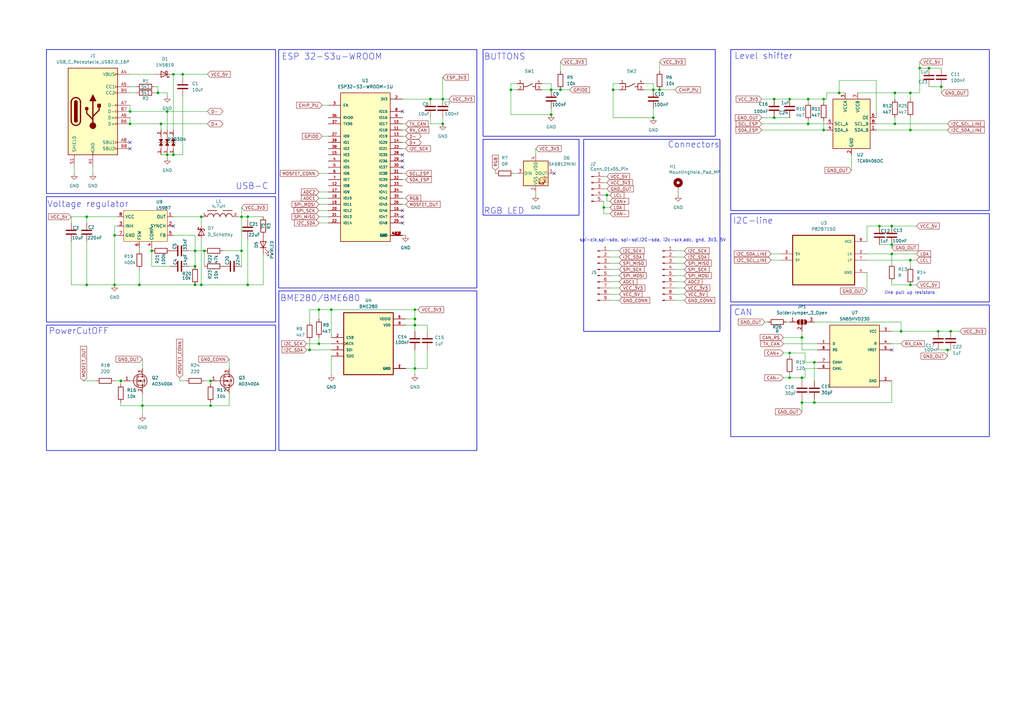
<source format=kicad_sch>
(kicad_sch (version 20231120) (generator "eeschema") (generator_version "8.0")
  (paper "A3")
  (title_block (title "Příloha č.2 schéma QUEEN modulu") (date "2025-28-02") (rev "Lukáš Vágner"))
  (junction (at 331.47 40.64))
  (junction (at 57.15 116.84))
  (junction (at 127 143.51))
  (junction (at 331.47 50.8))
  (junction (at 373.38 106.68))
  (junction (at 83.82 102.87))
  (junction (at 99.06 102.87))
  (junction (at 337.82 53.34))
  (junction (at 130.81 127))
  (junction (at 80.01 109.22))
  (junction (at 209.55 36.83))
  (junction (at 373.38 38.1))
  (junction (at 373.38 53.34))
  (junction (at 226.06 36.83))
  (junction (at 49.53 156.21))
  (junction (at 270.51 36.83))
  (junction (at 267.97 48.26))
  (junction (at 386.08 35.56))
  (junction (at 377.19 27.94))
  (junction (at 251.46 36.83))
  (junction (at 328.93 154.94))
  (junction (at 82.55 88.9))
  (junction (at 247.65 85.09))
  (junction (at 74.93 30.48))
  (junction (at 101.6 116.84))
  (junction (at 71.12 30.48))
  (junction (at 99.06 88.9))
  (junction (at 323.85 144.78))
  (junction (at 229.87 36.83))
  (junction (at 181.61 50.8))
  (junction (at 328.93 138.43))
  (junction (at 80.01 116.84))
  (junction (at 373.38 116.84))
  (junction (at 365.76 100.33))
  (junction (at 369.57 135.89))
  (junction (at 86.36 166.37))
  (junction (at 389.89 135.89))
  (junction (at 86.36 156.21))
  (junction (at 53.34 50.8))
  (junction (at 176.53 40.64))
  (junction (at 226.06 46.99))
  (junction (at 130.81 140.97))
  (junction (at 82.55 116.84))
  (junction (at 337.82 40.64))
  (junction (at 360.68 92.71))
  (junction (at 365.76 92.71))
  (junction (at 384.81 135.89))
  (junction (at 365.76 104.14))
  (junction (at 317.5 48.26))
  (junction (at 367.03 50.8))
  (junction (at 388.62 143.51))
  (junction (at 101.6 88.9))
  (junction (at 334.01 165.1))
  (junction (at 323.85 40.64))
  (junction (at 248.92 80.01))
  (junction (at 64.77 38.1))
  (junction (at 66.04 50.8))
  (junction (at 46.99 96.52))
  (junction (at 68.58 45.72))
  (junction (at 367.03 38.1))
  (junction (at 68.58 63.5))
  (junction (at 170.18 151.13))
  (junction (at 170.18 127))
  (junction (at 35.56 116.84))
  (junction (at 170.18 130.81))
  (junction (at 80.01 102.87))
  (junction (at 58.42 166.37))
  (junction (at 181.61 40.64))
  (junction (at 135.89 127))
  (junction (at 344.17 38.1))
  (junction (at 267.97 36.83))
  (junction (at 46.99 116.84))
  (junction (at 381 27.94))
  (junction (at 71.12 63.5))
  (junction (at 53.34 45.72))
  (junction (at 323.85 154.94))
  (junction (at 334.01 148.59))
  (junction (at 317.5 40.64))
  (junction (at 170.18 133.35))
  (junction (at 35.56 88.9))
  (junction (at 328.93 165.1))
  (junction (at 62.23 102.87))
  (no_connect (at 365.76 143.51))
  (no_connect (at 71.12 92.71))
  (no_connect (at 165.1 63.5))
  (no_connect (at 53.34 58.42))
  (no_connect (at 165.1 86.36))
  (no_connect (at 165.1 88.9))
  (no_connect (at 53.34 60.96))
  (no_connect (at 165.1 66.04))
  (no_connect (at 165.1 68.58))
  (no_connect (at 165.1 45.72))
  (no_connect (at 165.1 91.44))
  (no_connect (at 227.33 71.12))
  (wire (pts (xy 130.81 91.44) (xy 134.62 91.44)))
  (wire (pts (xy 46.99 96.52) (xy 48.26 96.52)))
  (wire (pts (xy 66.04 63.5) (xy 68.58 63.5)))
  (wire (pts (xy 355.6 92.71) (xy 355.6 99.06)))
  (wire (pts (xy 165.1 71.12) (xy 166.37 71.12)))
  (wire (pts (xy 219.71 60.96) (xy 219.71 63.5)))
  (wire (pts (xy 344.17 33.02) (xy 344.17 38.1)))
  (wire (pts (xy 77.47 102.87) (xy 80.01 102.87)))
  (wire (pts (xy 250.19 87.63) (xy 247.65 87.63)))
  (wire (pts (xy 365.76 135.89) (xy 369.57 135.89)))
  (wire (pts (xy 125.73 143.51) (xy 127 143.51)))
  (wire (pts (xy 250.19 102.87) (xy 254 102.87)))
  (wire (pts (xy 35.56 88.9) (xy 48.26 88.9)))
  (wire (pts (xy 248.92 80.01) (xy 250.19 80.01)))
  (wire (pts (xy 86.36 165.1) (xy 86.36 166.37)))
  (wire (pts (xy 93.98 147.32) (xy 93.98 151.13)))
  (wire (pts (xy 339.09 40.64) (xy 339.09 38.1)))
  (wire (pts (xy 99.06 85.09) (xy 99.06 88.9)))
  (wire (pts (xy 62.23 109.22) (xy 69.85 109.22)))
  (wire (pts (xy 360.68 92.71) (xy 365.76 92.71)))
  (wire (pts (xy 254 34.29) (xy 251.46 34.29)))
  (wire (pts (xy 365.76 92.71) (xy 375.92 92.71)))
  (wire (pts (xy 334.01 148.59) (xy 334.01 156.21)))
  (wire (pts (xy 330.2 151.13) (xy 335.28 151.13)))
  (wire (pts (xy 323.85 153.67) (xy 323.85 154.94)))
  (wire (pts (xy 355.6 111.76) (xy 355.6 119.38)))
  (wire (pts (xy 83.82 156.21) (xy 86.36 156.21)))
  (wire (pts (xy 276.86 113.03) (xy 280.67 113.03)))
  (wire (pts (xy 359.41 33.02) (xy 344.17 33.02)))
  (wire (pts (xy 35.56 88.9) (xy 35.56 91.44)))
  (wire (pts (xy 101.6 97.79) (xy 101.6 116.84)))
  (wire (pts (xy 359.41 53.34) (xy 373.38 53.34)))
  (wire (pts (xy 63.5 38.1) (xy 64.77 38.1)))
  (wire (pts (xy 278.13 78.74) (xy 278.13 80.01)))
  (wire (pts (xy 176.53 50.8) (xy 181.61 50.8)))
  (wire (pts (xy 68.58 38.1) (xy 68.58 39.37)))
  (wire (pts (xy 386.08 35.56) (xy 386.08 38.1)))
  (wire (pts (xy 384.81 143.51) (xy 388.62 143.51)))
  (wire (pts (xy 334.01 132.08) (xy 369.57 132.08)))
  (wire (pts (xy 373.38 116.84) (xy 375.92 116.84)))
  (wire (pts (xy 323.85 154.94) (xy 328.93 154.94)))
  (wire (pts (xy 334.01 148.59) (xy 335.28 148.59)))
  (wire (pts (xy 181.61 40.64) (xy 184.15 40.64)))
  (wire (pts (xy 247.65 77.47) (xy 248.92 77.47)))
  (wire (pts (xy 328.93 165.1) (xy 328.93 168.91)))
  (wire (pts (xy 328.93 143.51) (xy 335.28 143.51)))
  (wire (pts (xy 312.42 40.64) (xy 317.5 40.64)))
  (wire (pts (xy 337.82 40.64) (xy 339.09 40.64)))
  (wire (pts (xy 267.97 34.29) (xy 267.97 36.83)))
  (wire (pts (xy 313.69 132.08) (xy 314.96 132.08)))
  (wire (pts (xy 165.1 73.66) (xy 166.37 73.66)))
  (wire (pts (xy 166.37 133.35) (xy 170.18 133.35)))
  (wire (pts (xy 165.1 53.34) (xy 166.37 53.34)))
  (wire (pts (xy 388.62 143.51) (xy 388.62 146.05)))
  (wire (pts (xy 170.18 143.51) (xy 170.18 151.13)))
  (wire (pts (xy 365.76 104.14) (xy 365.76 107.95)))
  (wire (pts (xy 251.46 34.29) (xy 251.46 36.83)))
  (wire (pts (xy 267.97 44.45) (xy 267.97 48.26)))
  (wire (pts (xy 99.06 88.9) (xy 101.6 88.9)))
  (wire (pts (xy 130.81 127) (xy 135.89 127)))
  (wire (pts (xy 226.06 36.83) (xy 229.87 36.83)))
  (wire (pts (xy 175.26 133.35) (xy 175.26 135.89)))
  (wire (pts (xy 86.36 156.21) (xy 86.36 157.48)))
  (wire (pts (xy 68.58 45.72) (xy 68.58 53.34)))
  (wire (pts (xy 46.99 96.52) (xy 46.99 116.84)))
  (wire (pts (xy 127 132.08) (xy 127 127)))
  (wire (pts (xy 130.81 88.9) (xy 134.62 88.9)))
  (wire (pts (xy 330.2 144.78) (xy 330.2 148.59)))
  (wire (pts (xy 101.6 88.9) (xy 107.95 88.9)))
  (wire (pts (xy 381 27.94) (xy 386.08 27.94)))
  (wire (pts (xy 176.53 40.64) (xy 181.61 40.64)))
  (wire (pts (xy 209.55 46.99) (xy 226.06 46.99)))
  (wire (pts (xy 247.65 74.93) (xy 248.92 74.93)))
  (wire (pts (xy 276.86 123.19) (xy 280.67 123.19)))
  (wire (pts (xy 74.93 30.48) (xy 85.09 30.48)))
  (wire (pts (xy 130.81 78.74) (xy 134.62 78.74)))
  (wire (pts (xy 264.16 36.83) (xy 267.97 36.83)))
  (wire (pts (xy 323.85 144.78) (xy 330.2 144.78)))
  (wire (pts (xy 247.65 72.39) (xy 248.92 72.39)))
  (wire (pts (xy 373.38 106.68) (xy 375.92 106.68)))
  (wire (pts (xy 226.06 44.45) (xy 226.06 46.99)))
  (wire (pts (xy 53.34 35.56) (xy 55.88 35.56)))
  (wire (pts (xy 328.93 165.1) (xy 334.01 165.1)))
  (wire (pts (xy 349.25 63.5) (xy 349.25 69.85)))
  (wire (pts (xy 93.98 161.29) (xy 93.98 166.37)))
  (wire (pts (xy 91.44 102.87) (xy 99.06 102.87)))
  (wire (pts (xy 74.93 31.75) (xy 74.93 30.48)))
  (wire (pts (xy 62.23 102.87) (xy 62.23 109.22)))
  (wire (pts (xy 337.82 40.64) (xy 337.82 41.91)))
  (wire (pts (xy 209.55 34.29) (xy 209.55 36.83)))
  (wire (pts (xy 176.53 48.26) (xy 176.53 50.8)))
  (wire (pts (xy 373.38 106.68) (xy 373.38 109.22)))
  (wire (pts (xy 130.81 81.28) (xy 134.62 81.28)))
  (wire (pts (xy 312.42 53.34) (xy 337.82 53.34)))
  (wire (pts (xy 250.19 120.65) (xy 254 120.65)))
  (wire (pts (xy 130.81 86.36) (xy 134.62 86.36)))
  (wire (pts (xy 377.19 27.94) (xy 377.19 38.1)))
  (wire (pts (xy 165.1 83.82) (xy 166.37 83.82)))
  (wire (pts (xy 331.47 49.53) (xy 331.47 50.8)))
  (wire (pts (xy 365.76 156.21) (xy 365.76 165.1)))
  (wire (pts (xy 248.92 80.01) (xy 248.92 82.55)))
  (wire (pts (xy 355.6 104.14) (xy 365.76 104.14)))
  (wire (pts (xy 165.1 55.88) (xy 166.37 55.88)))
  (wire (pts (xy 93.98 166.37) (xy 86.36 166.37)))
  (wire (pts (xy 71.12 88.9) (xy 82.55 88.9)))
  (wire (pts (xy 330.2 154.94) (xy 330.2 151.13)))
  (wire (pts (xy 226.06 34.29) (xy 226.06 36.83)))
  (wire (pts (xy 337.82 49.53) (xy 337.82 53.34)))
  (wire (pts (xy 247.65 85.09) (xy 250.19 85.09)))
  (wire (pts (xy 49.53 166.37) (xy 58.42 166.37)))
  (wire (pts (xy 250.19 118.11) (xy 254 118.11)))
  (wire (pts (xy 334.01 165.1) (xy 365.76 165.1)))
  (wire (pts (xy 127 127) (xy 130.81 127)))
  (wire (pts (xy 367.03 38.1) (xy 367.03 40.64)))
  (wire (pts (xy 276.86 110.49) (xy 280.67 110.49)))
  (wire (pts (xy 165.1 96.52) (xy 166.37 96.52)))
  (wire (pts (xy 77.47 109.22) (xy 80.01 109.22)))
  (wire (pts (xy 328.93 138.43) (xy 328.93 143.51)))
  (wire (pts (xy 373.38 38.1) (xy 377.19 38.1)))
  (wire (pts (xy 222.25 36.83) (xy 226.06 36.83)))
  (wire (pts (xy 312.42 48.26) (xy 317.5 48.26)))
  (wire (pts (xy 373.38 38.1) (xy 373.38 40.64)))
  (wire (pts (xy 276.86 107.95) (xy 280.67 107.95)))
  (wire (pts (xy 170.18 151.13) (xy 170.18 153.67)))
  (wire (pts (xy 373.38 53.34) (xy 388.62 53.34)))
  (wire (pts (xy 229.87 25.4) (xy 229.87 29.21)))
  (wire (pts (xy 367.03 48.26) (xy 367.03 50.8)))
  (wire (pts (xy 58.42 161.29) (xy 58.42 166.37)))
  (wire (pts (xy 170.18 127) (xy 171.45 127)))
  (wire (pts (xy 97.79 88.9) (xy 99.06 88.9)))
  (wire (pts (xy 365.76 115.57) (xy 365.76 116.84)))
  (wire (pts (xy 367.03 50.8) (xy 388.62 50.8)))
  (wire (pts (xy 360.68 100.33) (xy 365.76 100.33)))
  (wire (pts (xy 388.62 143.51) (xy 389.89 143.51)))
  (wire (pts (xy 29.21 88.9) (xy 35.56 88.9)))
  (wire (pts (xy 365.76 116.84) (xy 373.38 116.84)))
  (wire (pts (xy 34.29 156.21) (xy 39.37 156.21)))
  (wire (pts (xy 29.21 88.9) (xy 29.21 91.44)))
  (wire (pts (xy 316.23 106.68) (xy 320.04 106.68)))
  (wire (pts (xy 165.1 58.42) (xy 166.37 58.42)))
  (wire (pts (xy 339.09 38.1) (xy 344.17 38.1)))
  (wire (pts (xy 107.95 116.84) (xy 101.6 116.84)))
  (wire (pts (xy 359.41 48.26) (xy 359.41 33.02)))
  (wire (pts (xy 53.34 45.72) (xy 68.58 45.72)))
  (wire (pts (xy 86.36 166.37) (xy 58.42 166.37)))
  (wire (pts (xy 276.86 115.57) (xy 280.67 115.57)))
  (wire (pts (xy 321.31 154.94) (xy 323.85 154.94)))
  (wire (pts (xy 80.01 102.87) (xy 80.01 109.22)))
  (wire (pts (xy 247.65 82.55) (xy 247.65 85.09)))
  (wire (pts (xy 365.76 104.14) (xy 375.92 104.14)))
  (wire (pts (xy 68.58 45.72) (xy 85.09 45.72)))
  (wire (pts (xy 132.08 43.18) (xy 134.62 43.18)))
  (wire (pts (xy 125.73 140.97) (xy 130.81 140.97)))
  (wire (pts (xy 99.06 88.9) (xy 99.06 102.87)))
  (wire (pts (xy 71.12 30.48) (xy 74.93 30.48)))
  (wire (pts (xy 71.12 30.48) (xy 71.12 53.34)))
  (wire (pts (xy 130.81 71.12) (xy 134.62 71.12)))
  (wire (pts (xy 76.2 156.21) (xy 73.66 156.21)))
  (wire (pts (xy 323.85 40.64) (xy 331.47 40.64)))
  (wire (pts (xy 229.87 36.83) (xy 233.68 36.83)))
  (wire (pts (xy 321.31 144.78) (xy 323.85 144.78)))
  (wire (pts (xy 66.04 50.8) (xy 66.04 53.34)))
  (wire (pts (xy 135.89 146.05) (xy 135.89 153.67)))
  (wire (pts (xy 247.65 85.09) (xy 247.65 87.63)))
  (wire (pts (xy 29.21 99.06) (xy 29.21 116.84)))
  (wire (pts (xy 30.48 71.12) (xy 30.48 68.58)))
  (wire (pts (xy 212.09 34.29) (xy 209.55 34.29)))
  (wire (pts (xy 209.55 36.83) (xy 212.09 36.83)))
  (wire (pts (xy 57.15 116.84) (xy 57.15 110.49)))
  (wire (pts (xy 170.18 135.89) (xy 170.18 133.35)))
  (wire (pts (xy 270.51 25.4) (xy 270.51 29.21)))
  (wire (pts (xy 335.28 140.97) (xy 321.31 140.97)))
  (wire (pts (xy 328.93 163.83) (xy 328.93 165.1)))
  (wire (pts (xy 49.53 165.1) (xy 49.53 166.37)))
  (wire (pts (xy 330.2 148.59) (xy 334.01 148.59)))
  (wire (pts (xy 334.01 163.83) (xy 334.01 165.1)))
  (wire (pts (xy 46.99 156.21) (xy 49.53 156.21)))
  (wire (pts (xy 170.18 127) (xy 170.18 130.81)))
  (wire (pts (xy 250.19 107.95) (xy 254 107.95)))
  (wire (pts (xy 66.04 50.8) (xy 85.09 50.8)))
  (wire (pts (xy 344.17 38.1) (xy 346.71 38.1)))
  (wire (pts (xy 101.6 88.9) (xy 101.6 90.17)))
  (wire (pts (xy 29.21 116.84) (xy 35.56 116.84)))
  (wire (pts (xy 35.56 99.06) (xy 35.56 116.84)))
  (wire (pts (xy 250.19 123.19) (xy 254 123.19)))
  (wire (pts (xy 323.85 144.78) (xy 323.85 146.05)))
  (wire (pts (xy 63.5 35.56) (xy 64.77 35.56)))
  (wire (pts (xy 99.06 102.87) (xy 99.06 109.22)))
  (wire (pts (xy 328.93 154.94) (xy 328.93 156.21)))
  (wire (pts (xy 127 139.7) (xy 127 143.51)))
  (wire (pts (xy 165.1 60.96) (xy 166.37 60.96)))
  (wire (pts (xy 369.57 135.89) (xy 384.81 135.89)))
  (wire (pts (xy 175.26 151.13) (xy 175.26 143.51)))
  (wire (pts (xy 127 143.51) (xy 135.89 143.51)))
  (wire (pts (xy 64.77 35.56) (xy 64.77 38.1)))
  (wire (pts (xy 170.18 130.81) (xy 170.18 133.35)))
  (wire (pts (xy 49.53 156.21) (xy 49.53 157.48)))
  (wire (pts (xy 53.34 48.26) (xy 53.34 50.8)))
  (wire (pts (xy 276.86 118.11) (xy 280.67 118.11)))
  (wire (pts (xy 337.82 53.34) (xy 339.09 53.34)))
  (wire (pts (xy 181.61 31.75) (xy 181.61 40.64)))
  (wire (pts (xy 328.93 135.89) (xy 328.93 138.43)))
  (wire (pts (xy 276.86 105.41) (xy 280.67 105.41)))
  (wire (pts (xy 359.41 50.8) (xy 367.03 50.8)))
  (wire (pts (xy 331.47 40.64) (xy 331.47 41.91)))
  (wire (pts (xy 321.31 138.43) (xy 328.93 138.43)))
  (wire (pts (xy 135.89 138.43) (xy 135.89 127)))
  (wire (pts (xy 165.1 40.64) (xy 176.53 40.64)))
  (wire (pts (xy 46.99 92.71) (xy 46.99 96.52)))
  (wire (pts (xy 181.61 50.8) (xy 181.61 48.26)))
  (wire (pts (xy 53.34 43.18) (xy 53.34 45.72)))
  (wire (pts (xy 68.58 63.5) (xy 68.58 64.77)))
  (wire (pts (xy 219.71 78.74) (xy 219.71 80.01)))
  (wire (pts (xy 351.79 38.1) (xy 367.03 38.1)))
  (wire (pts (xy 80.01 102.87) (xy 83.82 102.87)))
  (wire (pts (xy 166.37 151.13) (xy 170.18 151.13)))
  (wire (pts (xy 331.47 50.8) (xy 339.09 50.8)))
  (wire (pts (xy 166.37 130.81) (xy 170.18 130.81)))
  (wire (pts (xy 250.19 110.49) (xy 254 110.49)))
  (wire (pts (xy 53.34 38.1) (xy 55.88 38.1)))
  (wire (pts (xy 251.46 48.26) (xy 267.97 48.26)))
  (wire (pts (xy 317.5 48.26) (xy 323.85 48.26)))
  (wire (pts (xy 377.19 27.94) (xy 381 27.94)))
  (wire (pts (xy 130.81 140.97) (xy 135.89 140.97)))
  (wire (pts (xy 82.55 97.79) (xy 82.55 116.84)))
  (wire (pts (xy 73.66 156.21) (xy 73.66 154.94)))
  (wire (pts (xy 381 35.56) (xy 386.08 35.56)))
  (wire (pts (xy 107.95 104.14) (xy 107.95 116.84)))
  (wire (pts (xy 276.86 120.65) (xy 280.67 120.65)))
  (wire (pts (xy 68.58 38.1) (xy 64.77 38.1)))
  (wire (pts (xy 250.19 115.57) (xy 254 115.57)))
  (wire (pts (xy 355.6 106.68) (xy 373.38 106.68)))
  (wire (pts (xy 74.93 63.5) (xy 71.12 63.5)))
  (wire (pts (xy 270.51 36.83) (xy 276.86 36.83)))
  (wire (pts (xy 132.08 55.88) (xy 134.62 55.88)))
  (wire (pts (xy 135.89 127) (xy 170.18 127)))
  (wire (pts (xy 48.26 92.71) (xy 46.99 92.71)))
  (wire (pts (xy 355.6 92.71) (xy 360.68 92.71)))
  (wire (pts (xy 250.19 82.55) (xy 248.92 82.55)))
  (wire (pts (xy 130.81 83.82) (xy 134.62 83.82)))
  (wire (pts (xy 367.03 38.1) (xy 373.38 38.1)))
  (wire (pts (xy 250.19 105.41) (xy 254 105.41)))
  (wire (pts (xy 46.99 116.84) (xy 35.56 116.84)))
  (wire (pts (xy 58.42 166.37) (xy 58.42 170.18)))
  (wire (pts (xy 276.86 102.87) (xy 280.67 102.87)))
  (wire (pts (xy 251.46 36.83) (xy 254 36.83)))
  (wire (pts (xy 267.97 36.83) (xy 270.51 36.83)))
  (wire (pts (xy 170.18 133.35) (xy 175.26 133.35)))
  (wire (pts (xy 83.82 102.87) (xy 83.82 109.22)))
  (wire (pts (xy 369.57 132.08) (xy 369.57 135.89)))
  (wire (pts (xy 222.25 34.29) (xy 226.06 34.29)))
  (wire (pts (xy 250.19 113.03) (xy 254 113.03)))
  (wire (pts (xy 170.18 151.13) (xy 175.26 151.13)))
  (wire (pts (xy 74.93 39.37) (xy 74.93 63.5)))
  (wire (pts (xy 317.5 40.64) (xy 323.85 40.64)))
  (wire (pts (xy 312.42 50.8) (xy 331.47 50.8)))
  (wire (pts (xy 210.82 71.12) (xy 212.09 71.12)))
  (wire (pts (xy 365.76 100.33) (xy 365.76 101.6)))
  (wire (pts (xy 53.34 50.8) (xy 66.04 50.8)))
  (wire (pts (xy 46.99 116.84) (xy 57.15 116.84)))
  (wire (pts (xy 165.1 81.28) (xy 166.37 81.28)))
  (wire (pts (xy 209.55 36.83) (xy 209.55 46.99)))
  (wire (pts (xy 377.19 25.4) (xy 377.19 27.94)))
  (wire (pts (xy 130.81 130.81) (xy 130.81 127)))
  (wire (pts (xy 49.53 156.21) (xy 50.8 156.21)))
  (wire (pts (xy 53.34 30.48) (xy 63.5 30.48)))
  (wire (pts (xy 38.1 71.12) (xy 38.1 68.58)))
  (wire (pts (xy 130.81 138.43) (xy 130.81 140.97)))
  (wire (pts (xy 328.93 154.94) (xy 330.2 154.94)))
  (wire (pts (xy 373.38 48.26) (xy 373.38 53.34)))
  (wire (pts (xy 62.23 101.6) (xy 62.23 102.87)))
  (wire (pts (xy 389.89 135.89) (xy 393.7 135.89)))
  (wire (pts (xy 58.42 147.32) (xy 58.42 151.13)))
  (wire (pts (xy 80.01 96.52) (xy 71.12 96.52)))
  (wire (pts (xy 384.81 135.89) (xy 389.89 135.89)))
  (wire (pts (xy 57.15 116.84) (xy 80.01 116.84)))
  (wire (pts (xy 331.47 40.64) (xy 337.82 40.64)))
  (wire (pts (xy 82.55 88.9) (xy 82.55 92.71)))
  (wire (pts (xy 80.01 96.52) (xy 80.01 102.87)))
  (wire (pts (xy 57.15 101.6) (xy 57.15 102.87)))
  (wire (pts (xy 251.46 36.83) (xy 251.46 48.26)))
  (wire (pts (xy 68.58 63.5) (xy 71.12 63.5)))
  (wire (pts (xy 264.16 34.29) (xy 267.97 34.29)))
  (wire (pts (xy 165.1 50.8) (xy 166.37 50.8)))
  (wire (pts (xy 101.6 116.84) (xy 82.55 116.84)))
  (wire (pts (xy 322.58 132.08) (xy 323.85 132.08)))
  (wire (pts (xy 365.76 140.97) (xy 369.57 140.97)))
  (wire (pts (xy 80.01 116.84) (xy 82.55 116.84)))
  (wire (pts (xy 203.2 69.85) (xy 203.2 71.12)))
  (wire (pts (xy 316.23 104.14) (xy 320.04 104.14)))
  (wire (pts (xy 247.65 80.01) (xy 248.92 80.01)))
  (rectangle (start 114.3565 119.3101) (end 195.58 184.785) (stroke (width 0.254)))
  (rectangle (start 299.72 20.32) (end 405.765 86.36) (stroke (width 0.254)))
  (rectangle (start 198.12 20.32) (end 293.37 55.88) (stroke (width 0.254)))
  (rectangle (start 299.72 125.095) (end 405.765 179.07) (stroke (width 0.254)))
  (rectangle (start 239.395 57.15) (end 295.275 135.89) (stroke (width 0.254)))
  (rectangle (start 299.72 87.63) (end 405.765 123.825) (stroke (width 0.254)))
  (rectangle (start 19.05 133.35) (end 113.03 184.785) (stroke (width 0.254)))
  (rectangle (start 19.05 20.32) (end 113.03 79.375) (stroke (width 0.254)))
  (rectangle (start 19.05 80.645) (end 113.03 132.08) (stroke (width 0.254)))
  (rectangle (start 198.12 57.15) (end 237.49 88.265) (stroke (width 0.254)))
  (rectangle (start 114.3 20.32) (end 195.58 118.11) (stroke (width 0.254)))
  (text "Connectors\n" (at 284.48 59.436 0) (effects (font (size 2.54 2.54))))
  (text "Level shifter\n\n" (at 313.182 25.146 0) (effects (font (size 2.54 2.54))))
  (text "CAN\n" (at 304.8 128.27 0) (effects (font (size 2.54 2.54))))
  (text "BME280/BME680" (at 131.318 122.428 0) (effects (font (size 2.54 2.54))))
  (text "line pull up resistors\n" (at 373.126 120.142 0) (effects (font (size 1.27 1.27))))
  (text "Voltage regulator\n" (at 36.068 83.82 0) (effects (font (size 2.54 2.54))))
  (text "USB-C\n" (at 103.378 76.454 0) (effects (font (size 2.54 2.54))))
  (text "spi-clk,spi-sdo, spi-sdi,i2C-sda, i2c-sck,adc, gnd, 3V3, 5V\n" (at 267.716 98.552 0) (effects (font (size 1.27 1.27))))
  (text "RGB LED\n" (at 206.756 86.614 0) (effects (font (size 2.54 2.54))))
  (text "PowerCutOFF\n" (at 32.258 135.89 0) (effects (font (size 2.54 2.54))))
  (text "ESP 32-S3u-WROOM" (at 136.144 23.368 0) (effects (font (size 2.54 2.54))))
  (text "BUTTONS\n" (at 207.01 23.368 0) (effects (font (size 2.54 2.54))))
  (text "I2C-line\n" (at 308.864 90.678 0) (effects (font (size 2.54 2.54))))
  (global_label "GND_OUT" (shape input) (at 328.93 168.91 180) (property "Intersheetrefs" "${INTERSHEET_REFS}" (effects (hide yes))))
  (global_label "VCC_3V3" (shape input) (at 254 118.11 0) (property "Intersheetrefs" "${INTERSHEET_REFS}" (effects (hide yes))))
  (global_label "LDA" (shape input) (at 250.19 85.09 0) (property "Intersheetrefs" "${INTERSHEET_REFS}" (effects (hide yes))))
  (global_label "MOSFET_CONN" (shape input) (at 73.66 154.94 90) (property "Intersheetrefs" "${INTERSHEET_REFS}" (effects (hide yes))))
  (global_label "I2C_SDA" (shape input) (at 254 105.41 0) (property "Intersheetrefs" "${INTERSHEET_REFS}" (effects (hide yes))))
  (global_label "SPI_SCK" (shape input) (at 254 110.49 0) (property "Intersheetrefs" "${INTERSHEET_REFS}" (effects (hide yes))))
  (global_label "GND_CONN" (shape input) (at 93.98 147.32 180) (property "Intersheetrefs" "${INTERSHEET_REFS}" (effects (hide yes))))
  (global_label "GND_OUT" (shape input) (at 248.92 77.47 0) (property "Intersheetrefs" "${INTERSHEET_REFS}" (effects (hide yes))))
  (global_label "VCC_3V3" (shape input) (at 99.06 85.09 0) (property "Intersheetrefs" "${INTERSHEET_REFS}" (effects (hide yes))))
  (global_label "RGB" (shape input) (at 203.2 69.85 90) (property "Intersheetrefs" "${INTERSHEET_REFS}" (effects (hide yes))))
  (global_label "MOSFET_OUT" (shape input) (at 34.29 156.21 90) (property "Intersheetrefs" "${INTERSHEET_REFS}" (effects (hide yes))))
  (global_label "GND_OUT" (shape input) (at 388.62 146.05 180) (property "Intersheetrefs" "${INTERSHEET_REFS}" (effects (hide yes))))
  (global_label "I2C_SDA_LINE" (shape input) (at 388.62 53.34 0) (property "Intersheetrefs" "${INTERSHEET_REFS}" (effects (hide yes))))
  (global_label "VCC_3V3" (shape input) (at 184.15 40.64 0) (property "Intersheetrefs" "${INTERSHEET_REFS}" (effects (hide yes))))
  (global_label "VCC_3V3" (shape input) (at 270.51 25.4 0) (property "Intersheetrefs" "${INTERSHEET_REFS}" (effects (hide yes))))
  (global_label "VCC_5V" (shape input) (at 85.09 30.48 0) (property "Intersheetrefs" "${INTERSHEET_REFS}" (effects (hide yes))))
  (global_label "ADC2" (shape input) (at 130.81 78.74 180) (property "Intersheetrefs" "${INTERSHEET_REFS}" (effects (hide yes))))
  (global_label "D-" (shape bidirectional) (at 166.37 55.88 0) (property "Intersheetrefs" "${INTERSHEET_REFS}" (effects (hide yes))))
  (global_label "VCC_3V3" (shape input) (at 171.45 127 0) (property "Intersheetrefs" "${INTERSHEET_REFS}" (effects (hide yes))))
  (global_label "VCC_5V" (shape input) (at 375.92 116.84 0) (property "Intersheetrefs" "${INTERSHEET_REFS}" (effects (hide yes))))
  (global_label "I2C_SDA" (shape input) (at 280.67 105.41 0) (property "Intersheetrefs" "${INTERSHEET_REFS}" (effects (hide yes))))
  (global_label "RGB" (shape input) (at 166.37 81.28 0) (property "Intersheetrefs" "${INTERSHEET_REFS}" (effects (hide yes))))
  (global_label "D+" (shape bidirectional) (at 166.37 58.42 0) (property "Intersheetrefs" "${INTERSHEET_REFS}" (effects (hide yes))))
  (global_label "CAN_RS" (shape input) (at 321.31 138.43 180) (property "Intersheetrefs" "${INTERSHEET_REFS}" (effects (hide yes))))
  (global_label "GND_OUT" (shape input) (at 365.76 101.6 0) (property "Intersheetrefs" "${INTERSHEET_REFS}" (effects (hide yes))))
  (global_label "I2C_SDA" (shape input) (at 125.73 143.51 180) (property "Intersheetrefs" "${INTERSHEET_REFS}" (effects (hide yes))))
  (global_label "CAN-" (shape input) (at 250.19 87.63 0) (property "Intersheetrefs" "${INTERSHEET_REFS}" (effects (hide yes))))
  (global_label "CAN-" (shape input) (at 321.31 154.94 180) (property "Intersheetrefs" "${INTERSHEET_REFS}" (effects (hide yes))))
  (global_label "GND_OUT" (shape input) (at 312.42 48.26 180) (property "Intersheetrefs" "${INTERSHEET_REFS}" (effects (hide yes))))
  (global_label "GPIO0" (shape input) (at 233.68 36.83 0) (property "Intersheetrefs" "${INTERSHEET_REFS}" (effects (hide yes))))
  (global_label "GND_OUT" (shape input) (at 58.42 147.32 180) (property "Intersheetrefs" "${INTERSHEET_REFS}" (effects (hide yes))))
  (global_label "VCC_3V3" (shape input) (at 393.7 135.89 0) (property "Intersheetrefs" "${INTERSHEET_REFS}" (effects (hide yes))))
  (global_label "VCC_3V3" (shape input) (at 229.87 25.4 0) (property "Intersheetrefs" "${INTERSHEET_REFS}" (effects (hide yes))))
  (global_label "ADC2" (shape input) (at 280.67 115.57 0) (property "Intersheetrefs" "${INTERSHEET_REFS}" (effects (hide yes))))
  (global_label "GND_CONN" (shape input) (at 280.67 123.19 0) (property "Intersheetrefs" "${INTERSHEET_REFS}" (effects (hide yes))))
  (global_label "GPIO0" (shape input) (at 132.08 55.88 180) (property "Intersheetrefs" "${INTERSHEET_REFS}" (effects (hide yes))))
  (global_label "VCC_3V3" (shape input) (at 248.92 74.93 0) (property "Intersheetrefs" "${INTERSHEET_REFS}" (effects (hide yes))))
  (global_label "SCL_ESP" (shape input) (at 312.42 50.8 180) (property "Intersheetrefs" "${INTERSHEET_REFS}" (effects (hide yes))))
  (global_label "RX_CAN" (shape input) (at 166.37 53.34 0) (property "Intersheetrefs" "${INTERSHEET_REFS}" (effects (hide yes))))
  (global_label "I2C_SCK" (shape input) (at 166.37 60.96 0) (property "Intersheetrefs" "${INTERSHEET_REFS}" (effects (hide yes))))
  (global_label "I2C_SCK" (shape input) (at 280.67 102.87 0) (property "Intersheetrefs" "${INTERSHEET_REFS}" (effects (hide yes))))
  (global_label "SPI_MISO" (shape input) (at 130.81 88.9 180) (property "Intersheetrefs" "${INTERSHEET_REFS}" (effects (hide yes))))
  (global_label "VCC_3V3" (shape input) (at 280.67 118.11 0) (property "Intersheetrefs" "${INTERSHEET_REFS}" (effects (hide yes))))
  (global_label "SDA_ESP" (shape input) (at 312.42 53.34 180) (property "Intersheetrefs" "${INTERSHEET_REFS}" (effects (hide yes))))
  (global_label "I2C_SCK" (shape input) (at 254 102.87 0) (property "Intersheetrefs" "${INTERSHEET_REFS}" (effects (hide yes))))
  (global_label "D-" (shape bidirectional) (at 85.09 45.72 0) (property "Intersheetrefs" "${INTERSHEET_REFS}" (effects (hide yes))))
  (global_label "LCL" (shape input) (at 375.92 106.68 0) (property "Intersheetrefs" "${INTERSHEET_REFS}" (effects (hide yes))))
  (global_label "SCL_ESP" (shape input) (at 166.37 71.12 0) (property "Intersheetrefs" "${INTERSHEET_REFS}" (effects (hide yes))))
  (global_label "GND_OUT" (shape input) (at 386.08 38.1 0) (property "Intersheetrefs" "${INTERSHEET_REFS}" (effects (hide yes))))
  (global_label "VCC_3V3" (shape input) (at 312.42 40.64 180) (property "Intersheetrefs" "${INTERSHEET_REFS}" (effects (hide yes))))
  (global_label "LCL" (shape input) (at 250.19 80.01 0) (property "Intersheetrefs" "${INTERSHEET_REFS}" (effects (hide yes))))
  (global_label "ADC1" (shape input) (at 130.81 81.28 180) (property "Intersheetrefs" "${INTERSHEET_REFS}" (effects (hide yes))))
  (global_label "VCC_5V" (shape input) (at 280.67 120.65 0) (property "Intersheetrefs" "${INTERSHEET_REFS}" (effects (hide yes))))
  (global_label "SPI_MISO" (shape input) (at 280.67 107.95 0) (property "Intersheetrefs" "${INTERSHEET_REFS}" (effects (hide yes))))
  (global_label "RX_CAN" (shape input) (at 369.57 140.97 0) (property "Intersheetrefs" "${INTERSHEET_REFS}" (effects (hide yes))))
  (global_label "LDA" (shape input) (at 375.92 104.14 0) (property "Intersheetrefs" "${INTERSHEET_REFS}" (effects (hide yes))))
  (global_label "GND_CONN" (shape input) (at 254 123.19 0) (property "Intersheetrefs" "${INTERSHEET_REFS}" (effects (hide yes))))
  (global_label "VCC_5V" (shape input) (at 29.21 88.9 180) (property "Intersheetrefs" "${INTERSHEET_REFS}" (effects (hide yes))))
  (global_label "I2C_SCL_LINE" (shape input) (at 388.62 50.8 0) (property "Intersheetrefs" "${INTERSHEET_REFS}" (effects (hide yes))))
  (global_label "VCC_3V3" (shape input) (at 219.71 60.96 0) (property "Intersheetrefs" "${INTERSHEET_REFS}" (effects (hide yes))))
  (global_label "I2C_SCK" (shape input) (at 125.73 140.97 180) (property "Intersheetrefs" "${INTERSHEET_REFS}" (effects (hide yes))))
  (global_label "TX_CAN" (shape input) (at 321.31 140.97 180) (property "Intersheetrefs" "${INTERSHEET_REFS}" (effects (hide yes))))
  (global_label "I2C_SDA_LINE" (shape input) (at 316.23 104.14 180) (property "Intersheetrefs" "${INTERSHEET_REFS}" (effects (hide yes))))
  (global_label "SPI_MISO" (shape input) (at 254 107.95 0) (property "Intersheetrefs" "${INTERSHEET_REFS}" (effects (hide yes))))
  (global_label "I2C_SCL_LINE" (shape input) (at 316.23 106.68 180) (property "Intersheetrefs" "${INTERSHEET_REFS}" (effects (hide yes))))
  (global_label "SDA_ESP" (shape input) (at 166.37 73.66 0) (property "Intersheetrefs" "${INTERSHEET_REFS}" (effects (hide yes))))
  (global_label "CAN+" (shape input) (at 321.31 144.78 180) (property "Intersheetrefs" "${INTERSHEET_REFS}" (effects (hide yes))))
  (global_label "ADC1" (shape input) (at 254 115.57 0) (property "Intersheetrefs" "${INTERSHEET_REFS}" (effects (hide yes))))
  (global_label "D+" (shape bidirectional) (at 85.09 50.8 0) (property "Intersheetrefs" "${INTERSHEET_REFS}" (effects (hide yes))))
  (global_label "I2C_SDA" (shape input) (at 130.81 91.44 180) (property "Intersheetrefs" "${INTERSHEET_REFS}" (effects (hide yes))))
  (global_label "VCC_5V" (shape input) (at 248.92 72.39 0) (property "Intersheetrefs" "${INTERSHEET_REFS}" (effects (hide yes))))
  (global_label "VCC_5V" (shape input) (at 254 120.65 0) (property "Intersheetrefs" "${INTERSHEET_REFS}" (effects (hide yes))))
  (global_label "CHIP_PU" (shape input) (at 276.86 36.83 0) (property "Intersheetrefs" "${INTERSHEET_REFS}" (effects (hide yes))))
  (global_label "SPI_SCK" (shape input) (at 280.67 110.49 0) (property "Intersheetrefs" "${INTERSHEET_REFS}" (effects (hide yes))))
  (global_label "SPI_MOSI" (shape input) (at 130.81 83.82 180) (property "Intersheetrefs" "${INTERSHEET_REFS}" (effects (hide yes))))
  (global_label "GND_OUT" (shape input) (at 349.25 69.85 180) (property "Intersheetrefs" "${INTERSHEET_REFS}" (effects (hide yes))))
  (global_label "SPI_SCK" (shape input) (at 130.81 86.36 180) (property "Intersheetrefs" "${INTERSHEET_REFS}" (effects (hide yes))))
  (global_label "MOSFET_CONN" (shape input) (at 130.81 71.12 180) (property "Intersheetrefs" "${INTERSHEET_REFS}" (effects (hide yes))))
  (global_label "MOSFET_OUT" (shape input) (at 166.37 83.82 0) (property "Intersheetrefs" "${INTERSHEET_REFS}" (effects (hide yes))))
  (global_label "GND_OUT" (shape input) (at 355.6 119.38 180) (property "Intersheetrefs" "${INTERSHEET_REFS}" (effects (hide yes))))
  (global_label "TX_CAN" (shape input) (at 166.37 50.8 0) (property "Intersheetrefs" "${INTERSHEET_REFS}" (effects (hide yes))))
  (global_label "GND_OUT" (shape input) (at 313.69 132.08 180) (property "Intersheetrefs" "${INTERSHEET_REFS}" (effects (hide yes))))
  (global_label "SPI_MOSI" (shape input) (at 280.67 113.03 0) (property "Intersheetrefs" "${INTERSHEET_REFS}" (effects (hide yes))))
  (global_label "VCC_5V" (shape input) (at 377.19 25.4 0) (property "Intersheetrefs" "${INTERSHEET_REFS}" (effects (hide yes))))
  (global_label "SPI_MOSI" (shape input) (at 254 113.03 0) (property "Intersheetrefs" "${INTERSHEET_REFS}" (effects (hide yes))))
  (global_label "ESP_3V3" (shape input) (at 181.61 31.75 0) (property "Intersheetrefs" "${INTERSHEET_REFS}" (effects (hide yes))))
  (global_label "VCC_5V" (shape input) (at 375.92 92.71 0) (property "Intersheetrefs" "${INTERSHEET_REFS}" (effects (hide yes))))
  (global_label "CHIP_PU" (shape input) (at 132.08 43.18 180) (property "Intersheetrefs" "${INTERSHEET_REFS}" (effects (hide yes))))
  (global_label "CAN+" (shape input) (at 250.19 82.55 0) (property "Intersheetrefs" "${INTERSHEET_REFS}" (effects (hide yes))))
  (symbol (lib_id "Device:C") (at 317.5 44.45 180) (unit 1)
    (property "Reference" "C16" (at 311.15 42.672 0) (effects (justify right)))
    (property "Value" "100nF" (at 309.118 45.72 0) (effects (justify right)))
    (property "Footprint" "Capacitor_SMD:C_0603_1608Metric_Pad1.08x0.95mm_HandSolder" (effects (hide yes)))
    (property "Description" "Unpolarized capacitor" (effects (hide yes)))
  )
  (symbol (lib_id "Device:C") (at 386.08 31.75 0) (unit 1)
    (property "Reference" "C11" (at 389.89 30.4799 0) (effects (justify left)))
    (property "Value" "100nF" (at 389.89 33.0199 0) (effects (justify left)))
    (property "Footprint" "Capacitor_SMD:C_0603_1608Metric_Pad1.08x0.95mm_HandSolder" (effects (hide yes)))
    (property "Description" "Unpolarized capacitor" (effects (hide yes)))
  )
  (symbol (lib_id "Device:C") (at 29.21 95.25 0) (unit 1)
    (property "Reference" "C3" (at 29.718 93.472 0) (effects (justify left)))
    (property "Value" "10uF" (at 29.464 97.536 0) (effects (justify left)))
    (property "Footprint" "Capacitor_SMD:C_0603_1608Metric_Pad1.08x0.95mm_HandSolder" (effects (hide yes)))
    (property "Description" "Unpolarized capacitor" (effects (hide yes)))
  )
  (symbol (lib_id "power:GND") (at 68.58 64.77 0) (unit 1)
    (property "Reference" "#PWR04" (effects (hide yes)))
    (property "Value" "GND" (at 68.58 69.85 0))
    (property "Description" "Power symbol creates a global label with name \"GND\" , ground" (effects (hide yes)))
  )
  (symbol (lib_id "power:GND") (at 219.71 80.01 0) (unit 1)
    (property "Reference" "#PWR013" (effects (hide yes)))
    (property "Value" "GND" (at 219.71 85.09 0))
    (property "Description" "Power symbol creates a global label with name \"GND\" , ground" (effects (hide yes)))
  )
  (symbol (lib_id "Device:C") (at 73.66 102.87 90) (unit 1)
    (property "Reference" "C5" (at 71.628 102.362 0) (effects (justify left)))
    (property "Value" "33nF" (at 75.946 102.616 0) (effects (justify left)))
    (property "Footprint" "Capacitor_SMD:C_0603_1608Metric_Pad1.08x0.95mm_HandSolder" (effects (hide yes)))
    (property "Description" "Unpolarized capacitor" (effects (hide yes)))
  )
  (symbol (lib_id "Connector:Conn_01x09_Pin") (at 245.11 113.03 0) (unit 1)
    (property "Reference" "J5" (at 243.586 111.76 0))
    (property "Value" "Conn_01x09_Pin" (effects (hide yes)))
    (property "Footprint" "Connector_PinHeader_2.54mm:PinHeader_1x09_P2.54mm_Vertical" (effects (hide yes)))
    (property "Description" "Generic connector, single row, 01x09, script generated" (effects (hide yes)))
  )
  (symbol (lib_id "Device:R") (at 87.63 109.22 90) (unit 1)
    (property "Reference" "R23" (at 86.106 114.554 0) (effects (justify left)))
    (property "Value" "10k" (at 88.646 114.554 0) (effects (justify left)))
    (property "Footprint" "Resistor_SMD:R_0603_1608Metric_Pad0.98x0.95mm_HandSolder" (effects (hide yes)))
    (property "Description" "Resistor" (effects (hide yes)))
  )
  (symbol (lib_id "power:GND") (at 170.18 153.67 0) (unit 1)
    (property "Reference" "#PWR014" (effects (hide yes)))
    (property "Value" "GND" (at 170.18 158.75 0))
    (property "Description" "Power symbol creates a global label with name \"GND\" , ground" (effects (hide yes)))
  )
  (symbol (lib_id "Device:C") (at 226.06 40.64 0) (unit 1)
    (property "Reference" "C9" (at 226.568 38.608 0) (effects (justify left)))
    (property "Value" "100nF" (at 226.314 42.926 0) (effects (justify left)))
    (property "Footprint" "Capacitor_SMD:C_0603_1608Metric_Pad1.08x0.95mm_HandSolder" (effects (hide yes)))
    (property "Description" "Unpolarized capacitor" (effects (hide yes)))
  )
  (symbol (lib_id "Device:C") (at 35.56 95.25 0) (unit 1)
    (property "Reference" "C2" (at 36.068 93.218 0) (effects (justify left)))
    (property "Value" "220nF" (at 35.814 97.536 0) (effects (justify left)))
    (property "Footprint" "Capacitor_SMD:C_0603_1608Metric_Pad1.08x0.95mm_HandSolder" (effects (hide yes)))
    (property "Description" "Unpolarized capacitor" (effects (hide yes)))
  )
  (symbol (lib_id "Transistor_FET:AO3400A") (at 55.88 156.21 0) (unit 1)
    (property "Reference" "Q2" (at 62.23 154.9399 0) (effects (justify left)))
    (property "Value" "AO3400A" (at 62.23 157.4799 0) (effects (justify left)))
    (property "Footprint" "Package_TO_SOT_SMD:SOT-23" (effects (hide yes)))
    (property "Datasheet" "http://www.aosmd.com/pdfs/datasheet/AO3400A.pdf" (effects (hide yes)))
    (property "Description" "30V Vds, 5.7A Id, N-Channel MOSFET, SOT-23" (effects (hide yes)))
  )
  (symbol (lib_id "Device:R") (at 207.01 71.12 90) (unit 1)
    (property "Reference" "R7" (at 207.01 64.77 90))
    (property "Value" "0R" (at 207.01 67.31 90))
    (property "Footprint" "Resistor_SMD:R_0603_1608Metric_Pad0.98x0.95mm_HandSolder" (effects (hide yes)))
    (property "Description" "Resistor" (effects (hide yes)))
  )
  (symbol (lib_id "Device:R") (at 337.82 45.72 0) (unit 1)
    (property "Reference" "R11" (at 332.74 44.704 0) (effects (justify left)))
    (property "Value" "4k7" (at 332.74 47.244 0) (effects (justify left)))
    (property "Footprint" "Resistor_SMD:R_0603_1608Metric_Pad0.98x0.95mm_HandSolder" (effects (hide yes)))
    (property "Description" "Resistor" (effects (hide yes)))
  )
  (symbol (lib_id "Device:R") (at 107.95 92.71 180) (unit 1)
    (property "Reference" "R3" (at 110.236 92.71 90))
    (property "Value" "75" (at 107.95 92.71 90))
    (property "Footprint" "Resistor_SMD:R_0603_1608Metric_Pad0.98x0.95mm_HandSolder" (effects (hide yes)))
    (property "Description" "Resistor" (effects (hide yes)))
  )
  (symbol (lib_id "Device:R") (at 229.87 33.02 0) (unit 1)
    (property "Reference" "R5" (at 232.41 31.7499 0) (effects (justify left)))
    (property "Value" "10k" (at 232.41 34.2899 0) (effects (justify left)))
    (property "Footprint" "Resistor_SMD:R_0603_1608Metric_Pad0.98x0.95mm_HandSolder" (effects (hide yes)))
    (property "Description" "Resistor" (effects (hide yes)))
  )
  (symbol (lib_id "Device:C") (at 334.01 160.02 0) (unit 1)
    (property "Reference" "C19" (at 336.804 158.496 0) (effects (justify left)))
    (property "Value" "30pF" (at 336.804 161.036 0) (effects (justify left)))
    (property "Footprint" "Capacitor_SMD:C_0603_1608Metric_Pad1.08x0.95mm_HandSolder" (effects (hide yes)))
    (property "Description" "Unpolarized capacitor" (effects (hide yes)))
  )
  (symbol (lib_id "Device:C") (at 381 31.75 180) (unit 1)
    (property "Reference" "C23" (at 380.492 33.528 0) (effects (justify left)))
    (property "Value" "1uf" (at 380.746 29.464 0) (effects (justify left)))
    (property "Footprint" "Capacitor_SMD:C_0603_1608Metric_Pad1.08x0.95mm_HandSolder" (effects (hide yes)))
    (property "Description" "Unpolarized capacitor" (effects (hide yes)))
  )
  (symbol (lib_id "LESD5D5.0CT1G:LESD5D5.0CT1G") (at 66.04 58.42 90) (unit 1)
    (property "Reference" "D2" (at 68.58 57.1499 90) (effects (justify right)))
    (property "Value" "LESD5D5.0CT1G" (effects (hide yes)))
    (property "Footprint" "LESD5D5.0CT1G:TVS_LESD5D5.0CT1G" (effects (hide yes)))
    (property "MF" "Leshan Radio Co." (effects (hide yes)))
    (property "MAXIMUM_PACKAGE_HEIGHT" "0.7 mm" (effects (hide yes)))
    (property "Package" "None" (effects (hide yes)))
    (property "Price" "None" (effects (hide yes)))
    (property "Check_prices" "https://www.snapeda.com/parts/LESD5D5.0CT1G/Leshan+Radio+Co./view-part/?ref=eda" (effects (hide yes)))
    (property "STANDARD" "Manufacturer Recommendations" (effects (hide yes)))
    (property "PARTREV" "O" (effects (hide yes)))
    (property "SnapEDA_Link" "https://www.snapeda.com/parts/LESD5D5.0CT1G/Leshan+Radio+Co./view-part/?ref=snap" (effects (hide yes)))
    (property "MP" "LESD5D5.0CT1G" (effects (hide yes)))
    (property "Description_1" "\nTransient Voltage Suppressors for ESD Protection\n" (effects (hide yes)))
    (property "Availability" "In Stock" (effects (hide yes)))
    (property "MANUFACTURER" "LRC" (effects (hide yes)))
  )
  (symbol (lib_id "Device:R") (at 323.85 149.86 0) (unit 1)
    (property "Reference" "R15" (at 326.39 148.5899 0) (effects (justify left)))
    (property "Value" "120" (at 326.39 151.1299 0) (effects (justify left)))
    (property "Footprint" "Resistor_SMD:R_0603_1608Metric_Pad0.98x0.95mm_HandSolder" (effects (hide yes)))
    (property "Description" "Resistor" (effects (hide yes)))
  )
  (symbol (lib_id "power:GND") (at 226.06 46.99 0) (unit 1)
    (property "Reference" "#PWR011" (effects (hide yes)))
    (property "Value" "GND" (at 226.06 52.07 0))
    (property "Description" "Power symbol creates a global label with name \"GND\" , ground" (effects (hide yes)))
  )
  (symbol (lib_id "Device:R") (at 59.69 35.56 90) (unit 1)
    (property "Reference" "R1" (at 59.69 33.274 90))
    (property "Value" "5k1" (at 59.69 35.56 90))
    (property "Footprint" "Resistor_SMD:R_0603_1608Metric_Pad0.98x0.95mm_HandSolder" (effects (hide yes)))
    (property "Description" "Resistor" (effects (hide yes)))
  )
  (symbol (lib_id "Device:R") (at 130.81 134.62 0) (unit 1)
    (property "Reference" "R8" (at 132.334 133.35 0) (effects (justify left)))
    (property "Value" "4k7" (at 132.08 135.89 0) (effects (justify left)))
    (property "Footprint" "Resistor_SMD:R_0603_1608Metric_Pad0.98x0.95mm_HandSolder" (effects (hide yes)))
    (property "Description" "Resistor" (effects (hide yes)))
  )
  (symbol (lib_id "Device:R") (at 49.53 161.29 0) (unit 1)
    (property "Reference" "R16" (at 52.07 160.0199 0) (effects (justify left)))
    (property "Value" "10k" (at 52.07 162.5599 0) (effects (justify left)))
    (property "Footprint" "Resistor_SMD:R_0603_1608Metric_Pad0.98x0.95mm_HandSolder" (effects (hide yes)))
    (property "Description" "Resistor" (effects (hide yes)))
  )
  (symbol (lib_id "Device:C") (at 176.53 44.45 0) (unit 1)
    (property "Reference" "C6" (at 173.228 42.672 0) (effects (justify left)))
    (property "Value" "10uf" (at 171.45 46.736 0) (effects (justify left)))
    (property "Footprint" "Capacitor_SMD:C_0603_1608Metric_Pad1.08x0.95mm_HandSolder" (effects (hide yes)))
    (property "Description" "Unpolarized capacitor" (effects (hide yes)))
  )
  (symbol (lib_id "Device:C") (at 365.76 96.52 0) (unit 1)
    (property "Reference" "C13" (at 366.268 94.488 0) (effects (justify left)))
    (property "Value" "100nF" (at 366.014 98.806 0) (effects (justify left)))
    (property "Footprint" "Capacitor_SMD:C_0603_1608Metric_Pad1.08x0.95mm_HandSolder" (effects (hide yes)))
    (property "Description" "Unpolarized capacitor" (effects (hide yes)))
  )
  (symbol (lib_id "Device:R") (at 43.18 156.21 90) (unit 1)
    (property "Reference" "R18" (at 43.18 149.86 90))
    (property "Value" "220" (at 43.18 152.4 90))
    (property "Footprint" "Resistor_SMD:R_0603_1608Metric_Pad0.98x0.95mm_HandSolder" (effects (hide yes)))
    (property "Description" "Resistor" (effects (hide yes)))
  )
  (symbol (lib_id "Device:C") (at 73.66 109.22 90) (unit 1)
    (property "Reference" "C4" (at 71.882 108.712 0) (effects (justify left)))
    (property "Value" "14pF" (at 75.946 108.966 0) (effects (justify left)))
    (property "Footprint" "Capacitor_SMD:C_0603_1608Metric_Pad1.08x0.95mm_HandSolder" (effects (hide yes)))
    (property "Description" "Unpolarized capacitor" (effects (hide yes)))
  )
  (symbol (lib_id "power:GND") (at 68.58 39.37 0) (unit 1)
    (property "Reference" "#PWR02" (effects (hide yes)))
    (property "Value" "GND" (at 68.58 44.45 0))
    (property "Description" "Power symbol creates a global label with name \"GND\" , ground" (effects (hide yes)))
  )
  (symbol (lib_id "Device:C") (at 181.61 44.45 0) (unit 1)
    (property "Reference" "C7" (at 182.118 42.418 0) (effects (justify left)))
    (property "Value" "100nF" (at 182.372 46.736 0) (effects (justify left)))
    (property "Footprint" "Capacitor_SMD:C_0603_1608Metric_Pad1.08x0.95mm_HandSolder" (effects (hide yes)))
    (property "Description" "Unpolarized capacitor" (effects (hide yes)))
  )
  (symbol (lib_id "Device:C") (at 389.89 139.7 0) (unit 1)
    (property "Reference" "C22" (at 390.652 142.24 0) (effects (justify left)))
    (property "Value" "1uF" (at 390.652 144.78 0) (effects (justify left)))
    (property "Footprint" "Capacitor_SMD:C_0603_1608Metric_Pad1.08x0.95mm_HandSolder" (effects (hide yes)))
    (property "Description" "Unpolarized capacitor" (effects (hide yes)))
  )
  (symbol (lib_id "SN65HVD230:SN65HVD230") (at 350.52 146.05 0) (unit 1)
    (property "Reference" "U7" (at 350.52 128.27 0))
    (property "Value" "SN65HVD230" (at 350.52 130.81 0))
    (property "Footprint" "SN65HVD230:SOIC127P599X175-8N" (effects (hide yes)))
    (property "MF" "Texas Instruments" (effects (hide yes)))
    (property "MAXIMUM_PACKAGE_HEIGHT" "1.75 mm" (effects (hide yes)))
    (property "Package" "SOIC-8 Texas Instruments" (effects (hide yes)))
    (property "Price" "None" (effects (hide yes)))
    (property "Check_prices" "https://www.snapeda.com/parts/SN65HVD230/Texas+Instruments/view-part/?ref=eda" (effects (hide yes)))
    (property "STANDARD" "IPC 7351B" (effects (hide yes)))
    (property "PARTREV" "02/2019" (effects (hide yes)))
    (property "SnapEDA_Link" "https://www.snapeda.com/parts/SN65HVD230/Texas+Instruments/view-part/?ref=snap" (effects (hide yes)))
    (property "MP" "SN65HVD230" (effects (hide yes)))
    (property "Description_1" "\n1/1 Transceiver Half CANbus 8-SOIC\n" (effects (hide yes)))
    (property "Availability" "In Stock" (effects (hide yes)))
    (property "MANUFACTURER" "Texas Instruments" (effects (hide yes)))
  )
  (symbol (lib_id "LESD5D5.0CT1G:LESD5D5.0CT1G") (at 68.58 58.42 90) (unit 1)
    (property "Reference" "D3" (at 71.12 57.1499 90) (effects (justify right)))
    (property "Value" "LESD5D5.0CT1G" (effects (hide yes)))
    (property "Footprint" "LESD5D5.0CT1G:TVS_LESD5D5.0CT1G" (effects (hide yes)))
    (property "MF" "Leshan Radio Co." (effects (hide yes)))
    (property "MAXIMUM_PACKAGE_HEIGHT" "0.7 mm" (effects (hide yes)))
    (property "Package" "None" (effects (hide yes)))
    (property "Price" "None" (effects (hide yes)))
    (property "Check_prices" "https://www.snapeda.com/parts/LESD5D5.0CT1G/Leshan+Radio+Co./view-part/?ref=eda" (effects (hide yes)))
    (property "STANDARD" "Manufacturer Recommendations" (effects (hide yes)))
    (property "PARTREV" "O" (effects (hide yes)))
    (property "SnapEDA_Link" "https://www.snapeda.com/parts/LESD5D5.0CT1G/Leshan+Radio+Co./view-part/?ref=snap" (effects (hide yes)))
    (property "MP" "LESD5D5.0CT1G" (effects (hide yes)))
    (property "Description_1" "\nTransient Voltage Suppressors for ESD Protection\n" (effects (hide yes)))
    (property "Availability" "In Stock" (effects (hide yes)))
    (property "MANUFACTURER" "LRC" (effects (hide yes)))
  )
  (symbol (lib_id "Mechanical:MountingHole_Pad") (at 278.13 76.2 0) (unit 1) (exclude_from_sim yes) (in_bom no)
    (property "Reference" "H1" (at 274.574 68.326 0) (effects (justify left)))
    (property "Value" "MountingHole_Pad_MP" (at 274.32 70.612 0) (effects (justify left)))
    (property "Footprint" "MountingHole:MountingHole_2.2mm_M2_Pad_Via" (effects (hide yes)))
    (property "Description" "Mounting Hole with connection" (effects (hide yes)))
  )
  (symbol (lib_id "Device:C") (at 360.68 96.52 0) (unit 1)
    (property "Reference" "C12" (at 361.188 94.742 0) (effects (justify left)))
    (property "Value" "1uf" (at 360.934 98.806 0) (effects (justify left)))
    (property "Footprint" "Capacitor_SMD:C_0603_1608Metric_Pad1.08x0.95mm_HandSolder" (effects (hide yes)))
    (property "Description" "Unpolarized capacitor" (effects (hide yes)))
  )
  (symbol (lib_id "Device:R") (at 367.03 44.45 0) (unit 1)
    (property "Reference" "R12" (at 361.95 43.434 0) (effects (justify left)))
    (property "Value" "4k7" (at 361.95 45.974 0) (effects (justify left)))
    (property "Footprint" "Resistor_SMD:R_0603_1608Metric_Pad0.98x0.95mm_HandSolder" (effects (hide yes)))
    (property "Description" "Resistor" (effects (hide yes)))
  )
  (symbol (lib_id "Connector:Conn_01x05_Pin") (at 242.57 77.47 0) (unit 1)
    (property "Reference" "J2" (at 243.205 67.31 0))
    (property "Value" "Conn_01x05_Pin" (at 249.936 69.342 0))
    (property "Footprint" "TerminalBlock_Phoenix:TerminalBlock_Phoenix_MPT-0,5-5-2.54_1x05_P2.54mm_Horizontal" (effects (hide yes)))
    (property "Description" "Generic connector, single row, 01x05, script generated" (effects (hide yes)))
  )
  (symbol (lib_id "Device:C") (at 74.93 35.56 0) (unit 1)
    (property "Reference" "C1" (at 78.74 34.2899 0) (effects (justify left)))
    (property "Value" "10uf" (at 78.74 36.8299 0) (effects (justify left)))
    (property "Footprint" "Capacitor_SMD:C_0603_1608Metric_Pad1.08x0.95mm_HandSolder" (effects (hide yes)))
    (property "Description" "Unpolarized capacitor" (effects (hide yes)))
  )
  (symbol (lib_id "Transistor_FET:AO3400A") (at 91.44 156.21 0) (unit 1)
    (property "Reference" "Q3" (at 97.79 154.9399 0) (effects (justify left)))
    (property "Value" "AO3400A" (at 97.79 157.4799 0) (effects (justify left)))
    (property "Footprint" "Package_TO_SOT_SMD:SOT-23" (effects (hide yes)))
    (property "Datasheet" "http://www.aosmd.com/pdfs/datasheet/AO3400A.pdf" (effects (hide yes)))
    (property "Description" "30V Vds, 5.7A Id, N-Channel MOSFET, SOT-23" (effects (hide yes)))
  )
  (symbol (lib_id "LED:SK6812MINI") (at 219.71 71.12 0) (unit 1)
    (property "Reference" "D6" (at 232.41 64.8014 0))
    (property "Value" "SK6812MINI" (at 230.632 67.31 0))
    (property "Footprint" "LED_SMD:LED_SK6812MINI_PLCC4_3.5x3.5mm_P1.75mm" (effects (hide yes)))
    (property "Datasheet" "https://cdn-shop.adafruit.com/product-files/2686/SK6812MINI_REV.01-1-2.pdf" (effects (hide yes)))
    (property "Description" "RGB LED with integrated controller" (effects (hide yes)))
  )
  (symbol (lib_id "Device:C") (at 175.26 139.7 0) (unit 1)
    (property "Reference" "C15" (at 178.308 138.43 0) (effects (justify left)))
    (property "Value" "1uF" (at 178.308 140.97 0) (effects (justify left)))
    (property "Footprint" "Capacitor_SMD:C_0603_1608Metric_Pad1.08x0.95mm_HandSolder" (effects (hide yes)))
    (property "Description" "Unpolarized capacitor" (effects (hide yes)))
  )
  (symbol (lib_id "Device:C") (at 328.93 160.02 0) (unit 1)
    (property "Reference" "C18" (at 321.818 158.75 0) (effects (justify left)))
    (property "Value" "30pF" (at 321.818 161.29 0) (effects (justify left)))
    (property "Footprint" "Capacitor_SMD:C_0603_1608Metric_Pad1.08x0.95mm_HandSolder" (effects (hide yes)))
    (property "Description" "Unpolarized capacitor" (effects (hide yes)))
  )
  (symbol (lib_id "Device:R") (at 57.15 106.68 0) (unit 1)
    (property "Reference" "R19" (at 50.8 105.156 0) (effects (justify left)))
    (property "Value" "400k" (at 50.8 107.696 0) (effects (justify left)))
    (property "Footprint" "Resistor_SMD:R_0805_2012Metric_Pad1.20x1.40mm_HandSolder" (effects (hide yes)))
    (property "Description" "Resistor" (effects (hide yes)))
  )
  (symbol (lib_id "Device:C") (at 170.18 139.7 0) (unit 1)
    (property "Reference" "C14" (at 163.068 138.176 0) (effects (justify left)))
    (property "Value" "100nf" (at 162.052 140.462 0) (effects (justify left)))
    (property "Footprint" "Capacitor_SMD:C_0603_1608Metric_Pad1.08x0.95mm_HandSolder" (effects (hide yes)))
    (property "Description" "Unpolarized capacitor" (effects (hide yes)))
  )
  (symbol (lib_id "BME280:BME280") (at 151.13 140.97 0) (unit 1)
    (property "Reference" "U4" (at 151.13 123.19 0))
    (property "Value" "BME280" (at 151.13 125.73 0))
    (property "Footprint" "BME280:PSON65P250X250X100-8N" (effects (hide yes)))
    (property "MF" "Bosch" (effects (hide yes)))
    (property "DESCRIPTION" "Integrated pressure, humidity and temperature sensor; 8-pin 2.5x2.5x0.93mm LGA" (effects (hide yes)))
    (property "PACKAGE" "LGA-8 Bosch" (effects (hide yes)))
    (property "PRICE" "4.94 USD" (effects (hide yes)))
    (property "Package" "LGA-8 Bosch" (effects (hide yes)))
    (property "Check_prices" "https://www.snapeda.com/parts/BME280/Bosch+Sensortec/view-part/?ref=eda" (effects (hide yes)))
    (property "STANDARD" "IPC-7351B" (effects (hide yes)))
    (property "SnapEDA_Link" "https://www.snapeda.com/parts/BME280/Bosch+Sensortec/view-part/?ref=snap" (effects (hide yes)))
    (property "MP" "BME280" (effects (hide yes)))
    (property "Purchase-URL" "https://www.snapeda.com/api/url_track_click_mouser/?unipart_id=49769&manufacturer=Bosch&part_name=BME280&search_term=None" (effects (hide yes)))
    (property "Price" "None" (effects (hide yes)))
    (property "Availability" "In Stock" (effects (hide yes)))
    (property "AVAILABILITY" "Good" (effects (hide yes)))
    (property "Description_1" "\nBoard Mount Humidity Sensors MEMS humidity, pressure and temperature sensor\n" (effects (hide yes)))
  )
  (symbol (lib_id "Device:R") (at 80.01 156.21 90) (unit 1)
    (property "Reference" "R24" (at 80.01 149.86 90))
    (property "Value" "220" (at 80.01 152.4 90))
    (property "Footprint" "Resistor_SMD:R_0603_1608Metric_Pad0.98x0.95mm_HandSolder" (effects (hide yes)))
    (property "Description" "Resistor" (effects (hide yes)))
  )
  (symbol (lib_id "Connector:Conn_01x09_Pin") (at 271.78 113.03 0) (unit 1)
    (property "Reference" "J6" (effects (hide yes)))
    (property "Value" "Conn_01x09_Pin" (effects (hide yes)))
    (property "Footprint" "Connector_PinHeader_2.54mm:PinHeader_1x09_P2.54mm_Vertical" (effects (hide yes)))
    (property "Description" "Generic connector, single row, 01x09, script generated" (effects (hide yes)))
  )
  (symbol (lib_id "power:GND") (at 181.61 50.8 0) (unit 1)
    (property "Reference" "#PWR09" (effects (hide yes)))
    (property "Value" "GND" (at 181.61 55.88 0))
    (property "Description" "Power symbol creates a global label with name \"GND\" , ground" (effects (hide yes)))
  )
  (symbol (lib_id "power:GND") (at 166.37 96.52 0) (unit 1)
    (property "Reference" "#PWR08" (effects (hide yes)))
    (property "Value" "GND" (at 166.37 101.6 0))
    (property "Description" "Power symbol creates a global label with name \"GND\" , ground" (effects (hide yes)))
  )
  (symbol (lib_id "Device:C") (at 101.6 93.98 0) (unit 1)
    (property "Reference" "C21" (at 102.108 91.948 0) (effects (justify left)))
    (property "Value" "22uF" (at 101.854 96.266 0) (effects (justify left)))
    (property "Footprint" "Capacitor_SMD:C_0603_1608Metric_Pad1.08x0.95mm_HandSolder" (effects (hide yes)))
    (property "Description" "Unpolarized capacitor" (effects (hide yes)))
  )
  (symbol (lib_id "power:GND") (at 58.42 170.18 0) (unit 1)
    (property "Reference" "#PWR06" (effects (hide yes)))
    (property "Value" "GND" (at 58.42 175.26 0))
    (property "Description" "Power symbol creates a global label with name \"GND\" , ground" (effects (hide yes)))
  )
  (symbol (lib_id "Device:R") (at 365.76 111.76 0) (unit 1)
    (property "Reference" "R13" (at 368.3 110.4899 0) (effects (justify left)))
    (property "Value" "R" (at 368.3 113.0299 0) (effects (justify left)))
    (property "Footprint" "Resistor_SMD:R_0603_1608Metric_Pad0.98x0.95mm_HandSolder" (effects (hide yes)))
    (property "Description" "Resistor" (effects (hide yes)))
  )
  (symbol (lib_id "Device:R") (at 87.63 102.87 90) (unit 1)
    (property "Reference" "R22" (at 86.106 108.204 0) (effects (justify left)))
    (property "Value" "47k" (at 88.646 108.204 0) (effects (justify left)))
    (property "Footprint" "Resistor_SMD:R_0603_1608Metric_Pad0.98x0.95mm_HandSolder" (effects (hide yes)))
    (property "Description" "Resistor" (effects (hide yes)))
  )
  (symbol (lib_id "PTS810_SJM_250_SMTR_LFS:PTS810_SJM_250_SMTR_LFS") (at 259.08 34.29 0) (unit 1)
    (property "Reference" "SW2" (at 259.08 29.21 0))
    (property "Value" "PTS810_SJM_250_SMTR_LFS" (effects (hide yes)))
    (property "Footprint" "PTS810_SJM_250_SMTR_LFS:SW_PTS810_SJM_250_SMTR_LFS" (effects (hide yes)))
    (property "MF" "C&K" (effects (hide yes)))
    (property "Description_1" "\nTactile Switch SPST-NO Top Actuated Surface Mount\n" (effects (hide yes)))
    (property "Package" "None" (effects (hide yes)))
    (property "Price" "None" (effects (hide yes)))
    (property "Check_prices" "https://www.snapeda.com/parts/PTS810SJM250SMTRLFS/C%2526K/view-part/?ref=eda" (effects (hide yes)))
    (property "STANDARD" "Manufacturer Recommendations" (effects (hide yes)))
    (property "SnapEDA_Link" "https://www.snapeda.com/parts/PTS810SJM250SMTRLFS/C%2526K/view-part/?ref=snap" (effects (hide yes)))
    (property "MP" "PTS810SJM250SMTRLFS" (effects (hide yes)))
    (property "Availability" "In Stock" (effects (hide yes)))
    (property "MANUFACTURER" "CnK" (effects (hide yes)))
  )
  (symbol (lib_id "Device:C") (at 267.97 40.64 0) (unit 1)
    (property "Reference" "C10" (at 268.478 38.608 0) (effects (justify left)))
    (property "Value" "100nF" (at 268.224 42.926 0) (effects (justify left)))
    (property "Footprint" "Capacitor_SMD:C_0603_1608Metric_Pad1.08x0.95mm_HandSolder" (effects (hide yes)))
    (property "Description" "Unpolarized capacitor" (effects (hide yes)))
  )
  (symbol (lib_id "Jumper:SolderJumper_3_Open") (at 328.93 132.08 0) (unit 1) (exclude_from_sim yes) (in_bom no)
    (property "Reference" "JP1" (at 328.93 125.73 0))
    (property "Value" "SolderJumper_3_Open" (at 328.93 128.27 0))
    (property "Footprint" "Jumper:SolderJumper-3_P1.3mm_Open_RoundedPad1.0x1.5mm" (effects (hide yes)))
    (property "Description" "Solder Jumper, 3-pole, open" (effects (hide yes)))
  )
  (symbol (lib_id "Device:R") (at 373.38 113.03 0) (unit 1)
    (property "Reference" "R14" (at 375.92 111.7599 0) (effects (justify left)))
    (property "Value" "R" (at 375.92 114.2999 0) (effects (justify left)))
    (property "Footprint" "Resistor_SMD:R_0603_1608Metric_Pad0.98x0.95mm_HandSolder" (effects (hide yes)))
    (property "Description" "Resistor" (effects (hide yes)))
  )
  (symbol (lib_id "Device:C") (at 384.81 139.7 0) (unit 1)
    (property "Reference" "C17" (at 379.476 141.732 0) (effects (justify left)))
    (property "Value" "100nf" (at 378.968 143.51 0) (effects (justify left)))
    (property "Footprint" "Capacitor_SMD:C_0603_1608Metric_Pad1.08x0.95mm_HandSolder" (effects (hide yes)))
    (property "Description" "Unpolarized capacitor" (effects (hide yes)))
  )
  (symbol (lib_id "Connector:USB_C_Receptacle_USB2.0_16P") (at 38.1 45.72 0) (unit 1)
    (property "Reference" "J1" (at 38.1 22.86 0))
    (property "Value" "USB_C_Receptacle_USB2.0_16P" (at 38.1 25.4 0))
    (property "Footprint" "Connector_USB:USB_C_Receptacle_GCT_USB4105-xx-A_16P_TopMnt_Horizontal" (effects (hide yes)))
    (property "Datasheet" "https://www.usb.org/sites/default/files/documents/usb_type-c.zip" (effects (hide yes)))
    (property "Description" "USB 2.0-only 16P Type-C Receptacle connector" (effects (hide yes)))
  )
  (symbol (lib_id "Device:LED") (at 107.95 100.33 90) (unit 1)
    (property "Reference" "D5" (at 105.156 99.06 0) (effects (justify right)))
    (property "Value" "PWRLED" (at 111.506 98.552 0) (effects (justify right)))
    (property "Footprint" "LED_SMD:LED_0603_1608Metric_Pad1.05x0.95mm_HandSolder" (effects (hide yes)))
    (property "Description" "Light emitting diode" (effects (hide yes)))
  )
  (symbol (lib_id "L5987:L5987") (at 58.42 91.44 0) (unit 1)
    (property "Reference" "U9" (at 64.008 82.804 0) (effects (justify left)))
    (property "Value" "L5987" (at 64.008 85.344 0) (effects (justify left)))
    (property "Footprint" "L5987A:SOIC127P600X170-9N" (effects (hide yes)))
  )
  (symbol (lib_id "Device:R") (at 86.36 161.29 0) (unit 1)
    (property "Reference" "R17" (at 88.9 160.0199 0) (effects (justify left)))
    (property "Value" "10k" (at 88.9 162.5599 0) (effects (justify left)))
    (property "Footprint" "Resistor_SMD:R_0603_1608Metric_Pad0.98x0.95mm_HandSolder" (effects (hide yes)))
    (property "Description" "Resistor" (effects (hide yes)))
  )
  (symbol (lib_id "Device:R") (at 59.69 38.1 90) (unit 1)
    (property "Reference" "R2" (at 59.69 40.386 90))
    (property "Value" "5k1" (at 59.69 38.1 90))
    (property "Footprint" "Resistor_SMD:R_0603_1608Metric_Pad0.98x0.95mm_HandSolder" (effects (hide yes)))
    (property "Description" "Resistor" (effects (hide yes)))
  )
  (symbol (lib_id "Device:R") (at 66.04 102.87 90) (unit 1)
    (property "Reference" "R21" (at 64.516 108.204 0) (effects (justify left)))
    (property "Value" "100k" (at 67.056 108.712 0) (effects (justify left)))
    (property "Footprint" "Resistor_SMD:R_0805_2012Metric_Pad1.20x1.40mm_HandSolder" (effects (hide yes)))
    (property "Description" "Resistor" (effects (hide yes)))
  )
  (symbol (lib_id "Device:R") (at 331.47 45.72 0) (unit 1)
    (property "Reference" "R10" (at 326.39 44.704 0) (effects (justify left)))
    (property "Value" "4k7" (at 326.39 47.244 0) (effects (justify left)))
    (property "Footprint" "Resistor_SMD:R_0603_1608Metric_Pad0.98x0.95mm_HandSolder" (effects (hide yes)))
    (property "Description" "Resistor" (effects (hide yes)))
  )
  (symbol (lib_id "WE-PD2_5848:WE-PD2_5848") (at 90.17 88.9 0) (unit 1)
    (property "Reference" "L1" (at 89.662 82.55 0))
    (property "Value" "4.7uH" (at 89.662 84.582 0))
    (property "Footprint" "WE-PD2_5848:WE-PD2_5848" (effects (hide yes)))
    (property "Description" "Inductor" (effects (hide yes)))
    (property "DigiKey_Part_Number" "732-1272-2-ND" (effects (hide yes)))
    (property "MF" "Wurth Electronics" (effects (hide yes)))
    (property "Purchase-URL" "https://www.snapeda.com/api/url_track_click_mouser/?unipart_id=34293&manufacturer=Wurth Electronics&part_name=744774122&search_term=we-pd2 5848" (effects (hide yes)))
    (property "Package" "Nonstandard Würth Elektronik" (effects (hide yes)))
    (property "SnapEDA_Link" "https://www.snapeda.com/parts/744774122/Wurth+Electronics/view-part/?ref=snap" (effects (hide yes)))
    (property "MP" "744774122" (effects (hide yes)))
    (property "Description_1" "Size 5848; L = 22 µH ±20%; IR = 1.28 A; Isat = 1.53 A; RDC = 0.18 Ω" (effects (hide yes)))
    (property "Check_prices" "https://www.snapeda.com/parts/744774122/Wurth+Electronics/view-part/?ref=eda" (effects (hide yes)))
  )
  (symbol (lib_id "power:GND") (at 278.13 80.01 0) (unit 1)
    (property "Reference" "#PWR07" (effects (hide yes)))
    (property "Value" "GND" (at 278.13 85.09 0))
    (property "Description" "Power symbol creates a global label with name \"GND\" , ground" (effects (hide yes)))
  )
  (symbol (lib_id "Device:R") (at 80.01 113.03 0) (unit 1)
    (property "Reference" "R20" (at 74.676 112.268 0) (effects (justify left)))
    (property "Value" "10k" (at 74.676 114.046 0) (effects (justify left)))
    (property "Footprint" "Resistor_SMD:R_0603_1608Metric_Pad0.98x0.95mm_HandSolder" (effects (hide yes)))
    (property "Description" "Resistor" (effects (hide yes)))
  )
  (symbol (lib_id "Device:R") (at 318.77 132.08 90) (unit 1)
    (property "Reference" "R26" (at 318.77 134.112 90))
    (property "Value" "R" (at 318.77 135.89 90))
    (property "Footprint" "Resistor_SMD:R_0603_1608Metric_Pad0.98x0.95mm_HandSolder" (effects (hide yes)))
    (property "Description" "Resistor" (effects (hide yes)))
  )
  (symbol (lib_id "Interface:TCA9406DC") (at 349.25 50.8 0) (unit 1)
    (property "Reference" "U2" (at 351.4441 63.5 0) (effects (justify left)))
    (property "Value" "TCA9406DC" (at 351.4441 66.04 0) (effects (justify left)))
    (property "Footprint" "TCA9406DCUR:SOP50P310X90-8N" (effects (hide yes)))
    (property "Datasheet" "www.ti.com/lit/ds/symlink/tca9406.pdf" (effects (hide yes)))
    (property "Description" "2-Bit Bidirectional 1-MHz, I2C Bus and SMBus Voltage-Level Translator With 8-kV HBM ESD" (effects (hide yes)))
  )
  (symbol (lib_id "Device:R") (at 270.51 33.02 0) (unit 1)
    (property "Reference" "R6" (at 273.05 31.7499 0) (effects (justify left)))
    (property "Value" "10k" (at 273.05 34.2899 0) (effects (justify left)))
    (property "Footprint" "Resistor_SMD:R_0603_1608Metric_Pad0.98x0.95mm_HandSolder" (effects (hide yes)))
    (property "Description" "Resistor" (effects (hide yes)))
  )
  (symbol (lib_id "Device:C") (at 95.25 109.22 90) (unit 1)
    (property "Reference" "C20" (at 93.218 108.712 0) (effects (justify left)))
    (property "Value" "22nF" (at 97.536 108.966 0) (effects (justify left)))
    (property "Footprint" "Capacitor_SMD:C_0603_1608Metric_Pad1.08x0.95mm_HandSolder" (effects (hide yes)))
    (property "Description" "Unpolarized capacitor" (effects (hide yes)))
  )
  (symbol (lib_id "power:GND") (at 38.1 71.12 0) (unit 1)
    (property "Reference" "#PWR03" (effects (hide yes)))
    (property "Value" "GND" (at 38.1 76.2 0))
    (property "Description" "Power symbol creates a global label with name \"GND\" , ground" (effects (hide yes)))
  )
  (symbol (lib_id "P82B715D:P82B715D") (at 337.82 106.68 0) (unit 1)
    (property "Reference" "U3" (at 337.82 91.44 0))
    (property "Value" "P82B715D" (at 337.82 93.98 0))
    (property "Footprint" "P82B715D:SOIC127P599X175-8N" (effects (hide yes)))
    (property "MF" "Texas Instruments" (effects (hide yes)))
    (property "Description_1" "\n2-bit bidirectional 3- to 12-V 400-kHz I2C/SMBus buffer/cable extender\n" (effects (hide yes)))
    (property "Package" "SOIC-8 Texas Instruments" (effects (hide yes)))
    (property "Price" "None" (effects (hide yes)))
    (property "SnapEDA_Link" "https://www.snapeda.com/parts/P82B715D/Texas+Instruments/view-part/?ref=snap" (effects (hide yes)))
    (property "MP" "P82B715D" (effects (hide yes)))
    (property "Purchase-URL" "https://www.snapeda.com/api/url_track_click_mouser/?unipart_id=446434&manufacturer=Texas Instruments&part_name=P82B715D&search_term=p82b715" (effects (hide yes)))
    (property "Availability" "In Stock" (effects (hide yes)))
    (property "Check_prices" "https://www.snapeda.com/parts/P82B715D/Texas+Instruments/view-part/?ref=eda" (effects (hide yes)))
  )
  (symbol (lib_id "power:GND") (at 30.48 71.12 0) (unit 1)
    (property "Reference" "#PWR01" (effects (hide yes)))
    (property "Value" "GND" (at 30.48 76.2 0))
    (property "Description" "Power symbol creates a global label with name \"GND\" , ground" (effects (hide yes)))
  )
  (symbol (lib_id "Device:C") (at 323.85 44.45 180) (unit 1)
    (property "Reference" "C24" (at 323.342 46.228 0) (effects (justify left)))
    (property "Value" "1uf" (at 323.596 42.164 0) (effects (justify left)))
    (property "Footprint" "Capacitor_SMD:C_0603_1608Metric_Pad1.08x0.95mm_HandSolder" (effects (hide yes)))
    (property "Description" "Unpolarized capacitor" (effects (hide yes)))
  )
  (symbol (lib_id "PTS810_SJM_250_SMTR_LFS:PTS810_SJM_250_SMTR_LFS") (at 217.17 34.29 0) (unit 1)
    (property "Reference" "SW1" (at 217.17 29.21 0))
    (property "Value" "PTS810_SJM_250_SMTR_LFS" (effects (hide yes)))
    (property "Footprint" "PTS810_SJM_250_SMTR_LFS:SW_PTS810_SJM_250_SMTR_LFS" (effects (hide yes)))
    (property "MF" "C&K" (effects (hide yes)))
    (property "Description_1" "\nTactile Switch SPST-NO Top Actuated Surface Mount\n" (effects (hide yes)))
    (property "Package" "None" (effects (hide yes)))
    (property "Price" "None" (effects (hide yes)))
    (property "Check_prices" "https://www.snapeda.com/parts/PTS810SJM250SMTRLFS/C%2526K/view-part/?ref=eda" (effects (hide yes)))
    (property "STANDARD" "Manufacturer Recommendations" (effects (hide yes)))
    (property "SnapEDA_Link" "https://www.snapeda.com/parts/PTS810SJM250SMTRLFS/C%2526K/view-part/?ref=snap" (effects (hide yes)))
    (property "MP" "PTS810SJM250SMTRLFS" (effects (hide yes)))
    (property "Availability" "In Stock" (effects (hide yes)))
    (property "MANUFACTURER" "CnK" (effects (hide yes)))
  )
  (symbol (lib_id "ESP32-S3-WROOM-1U:ESP32-S3-WROOM-1U") (at 149.86 68.58 0) (unit 1)
    (property "Reference" "U1" (at 149.86 33.02 0))
    (property "Value" "ESP32-S3-WROOM-1U" (at 149.86 35.56 0))
    (property "Footprint" "ESP32-S3-WROOM-1U:XCVR_ESP32-S3-WROOM-1U" (effects (hide yes)))
    (property "MF" "Espressif Systems" (effects (hide yes)))
    (property "MAXIMUM_PACKAGE_HEIGHT" "3.35mm" (effects (hide yes)))
    (property "Package" "Package" (effects (hide yes)))
    (property "Price" "None" (effects (hide yes)))
    (property "Check_prices" "https://www.snapeda.com/parts/ESP32-S3-WROOM-1U/Espressif+Systems/view-part/?ref=eda" (effects (hide yes)))
    (property "STANDARD" "Manufacturer Recommendations" (effects (hide yes)))
    (property "PARTREV" "v0.6" (effects (hide yes)))
    (property "SnapEDA_Link" "https://www.snapeda.com/parts/ESP32-S3-WROOM-1U/Espressif+Systems/view-part/?ref=snap" (effects (hide yes)))
    (property "MP" "ESP32-S3-WROOM-1U" (effects (hide yes)))
    (property "Purchase-URL" "https://www.snapeda.com/api/url_track_click_mouser/?unipart_id=7790784&manufacturer=Espressif Systems&part_name=ESP32-S3-WROOM-1U&search_term=None" (effects (hide yes)))
    (property "Description_1" "\n2.4 GHz Wi-Fi (802.11 b/g/n) and Bluetooth 5 (LE) module\n" (effects (hide yes)))
    (property "Availability" "Not in stock" (effects (hide yes)))
    (property "MANUFACTURER" "Espressif" (effects (hide yes)))
  )
  (symbol (lib_id "power:GND") (at 267.97 48.26 0) (unit 1)
    (property "Reference" "#PWR012" (effects (hide yes)))
    (property "Value" "GND" (at 267.97 53.34 0))
    (property "Description" "Power symbol creates a global label with name \"GND\" , ground" (effects (hide yes)))
  )
  (symbol (lib_id "LESD5D5.0CT1G:LESD5D5.0CT1G") (at 71.12 58.42 90) (unit 1)
    (property "Reference" "D4" (at 73.66 57.1499 90) (effects (justify right)))
    (property "Value" "LESD5D5.0CT1G" (effects (hide yes)))
    (property "Footprint" "LESD5D5.0CT1G:TVS_LESD5D5.0CT1G" (effects (hide yes)))
    (property "MF" "Leshan Radio Co." (effects (hide yes)))
    (property "MAXIMUM_PACKAGE_HEIGHT" "0.7 mm" (effects (hide yes)))
    (property "Package" "None" (effects (hide yes)))
    (property "Price" "None" (effects (hide yes)))
    (property "Check_prices" "https://www.snapeda.com/parts/LESD5D5.0CT1G/Leshan+Radio+Co./view-part/?ref=eda" (effects (hide yes)))
    (property "STANDARD" "Manufacturer Recommendations" (effects (hide yes)))
    (property "PARTREV" "O" (effects (hide yes)))
    (property "SnapEDA_Link" "https://www.snapeda.com/parts/LESD5D5.0CT1G/Leshan+Radio+Co./view-part/?ref=snap" (effects (hide yes)))
    (property "MP" "LESD5D5.0CT1G" (effects (hide yes)))
    (property "Description_1" "\nTransient Voltage Suppressors for ESD Protection\n" (effects (hide yes)))
    (property "Availability" "In Stock" (effects (hide yes)))
    (property "MANUFACTURER" "LRC" (effects (hide yes)))
  )
  (symbol (lib_id "Device:R") (at 127 135.89 0) (unit 1)
    (property "Reference" "R9" (at 121.412 134.874 0) (effects (justify left)))
    (property "Value" "4k7" (at 121.412 137.414 0) (effects (justify left)))
    (property "Footprint" "Resistor_SMD:R_0603_1608Metric_Pad0.98x0.95mm_HandSolder" (effects (hide yes)))
    (property "Description" "Resistor" (effects (hide yes)))
  )
  (symbol (lib_id "Diode:1N5819") (at 67.31 30.48 180) (unit 1)
    (property "Reference" "D1" (at 67.6275 24.13 0))
    (property "Value" "1N5819" (at 67.6275 26.67 0))
    (property "Footprint" "Diode_SMD:Nexperia_CFP3_SOD-123W" (effects (hide yes)))
    (property "Datasheet" "http://www.vishay.com/docs/88525/1n5817.pdf" (effects (hide yes)))
    (property "Description" "40V 1A Schottky Barrier Rectifier Diode, DO-41" (effects (hide yes)))
  )
  (symbol (lib_id "power:GND") (at 135.89 153.67 0) (unit 1)
    (property "Reference" "#PWR015" (effects (hide yes)))
    (property "Value" "GND" (at 135.89 158.75 0))
    (property "Description" "Power symbol creates a global label with name \"GND\" , ground" (effects (hide yes)))
  )
  (symbol (lib_id "power:GND") (at 46.99 116.84 0) (unit 1)
    (property "Reference" "#PWR05" (effects (hide yes)))
    (property "Value" "GND" (at 46.99 121.92 0))
    (property "Description" "Power symbol creates a global label with name \"GND\" , ground" (effects (hide yes)))
  )
  (symbol (lib_id "PMEG2010AEH:PMEG2010AEH") (at 82.55 95.25 90) (unit 1)
    (property "Reference" "D7" (at 85.09 93.6624 90) (effects (justify right)))
    (property "Value" "D_Schottky" (at 85.09 96.2024 90) (effects (justify right)))
    (property "Footprint" "PMEG2010AEH:SOD-123" (effects (hide yes)))
    (property "Description" "Schottky diode" (effects (hide yes)))
    (property "MF" "Nexperia USA" (effects (hide yes)))
    (property "Description_1" "\nDiode Schottky 20 V 1A (DC) Surface Mount SOD-123F\n" (effects (hide yes)))
    (property "Package" "SOD-123 Fairchild Semiconductor" (effects (hide yes)))
    (property "Price" "None" (effects (hide yes)))
    (property "SnapEDA_Link" "https://www.snapeda.com/parts/PMEG2010AEH/Nexperia/view-part/?ref=snap" (effects (hide yes)))
    (property "MP" "PMEG2010AEH" (effects (hide yes)))
    (property "Purchase-URL" "https://www.snapeda.com/api/url_track_click_mouser/?unipart_id=561405&manufacturer=Nexperia USA&part_name=PMEG2010AEH&search_term=None" (effects (hide yes)))
    (property "Availability" "In Stock" (effects (hide yes)))
    (property "Check_prices" "https://www.snapeda.com/parts/PMEG2010AEH/Nexperia/view-part/?ref=eda" (effects (hide yes)))
  )
  (symbol (lib_id "Device:R") (at 373.38 44.45 0) (unit 1)
    (property "Reference" "R25" (at 368.3 43.434 0) (effects (justify left)))
    (property "Value" "4k7" (at 368.3 45.974 0) (effects (justify left)))
    (property "Footprint" "Resistor_SMD:R_0603_1608Metric_Pad0.98x0.95mm_HandSolder" (effects (hide yes)))
    (property "Description" "Resistor" (effects (hide yes)))
  )
)
</source>
